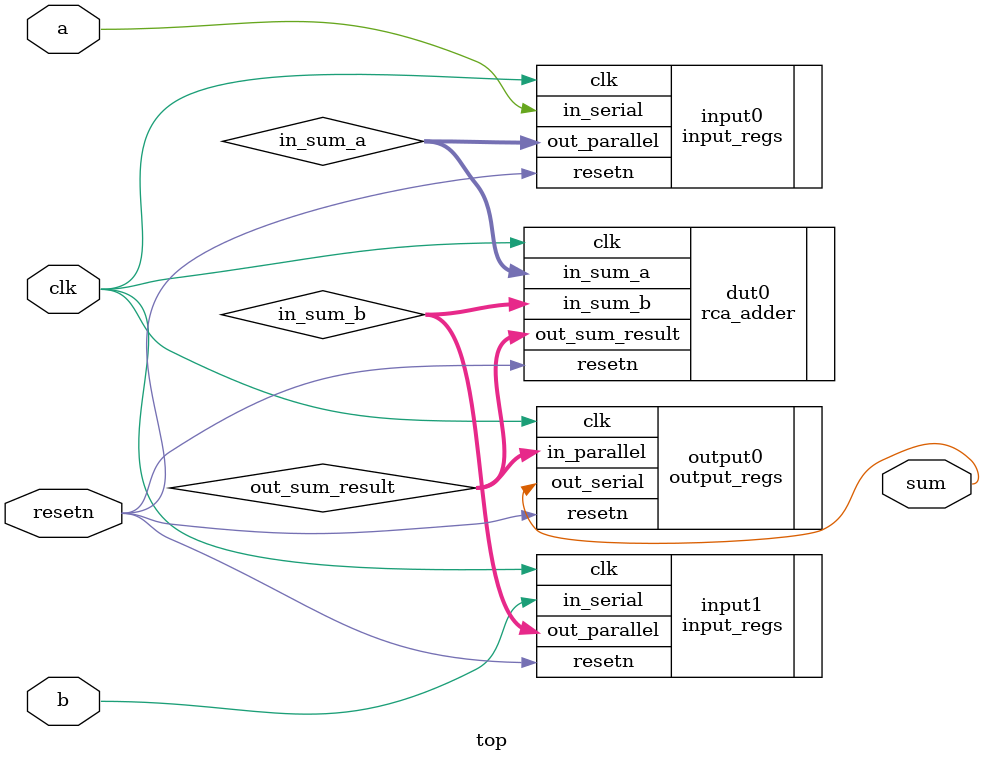
<source format=v>
module top #(
    parameter DATA_WIDTH = 32
) (
    input clk,
    input resetn,
    input a,
    input b,
    output sum
);
    wire [DATA_WIDTH-1:0] in_sum_a;
    wire [DATA_WIDTH-1:0] in_sum_b;
    wire [DATA_WIDTH-1:0] out_sum_result;

    input_regs #(DATA_WIDTH) input0 (
        .clk(clk),
        .resetn(resetn),
        .in_serial(a),
        .out_parallel(in_sum_a)
    );

    input_regs #(DATA_WIDTH) input1 (
        .clk(clk),
        .resetn(resetn),
        .in_serial(b),
        .out_parallel(in_sum_b)
    );

    output_regs #(DATA_WIDTH) output0 (
        .clk(clk),
        .resetn(resetn),
        .in_parallel(out_sum_result),
        .out_serial(sum)
    );

    rca_adder #(DATA_WIDTH) dut0 (
        .clk(clk),
        .resetn(resetn),
        .in_sum_a(in_sum_a),
        .in_sum_b(in_sum_b),
        .out_sum_result(out_sum_result)
    );

endmodule


</source>
